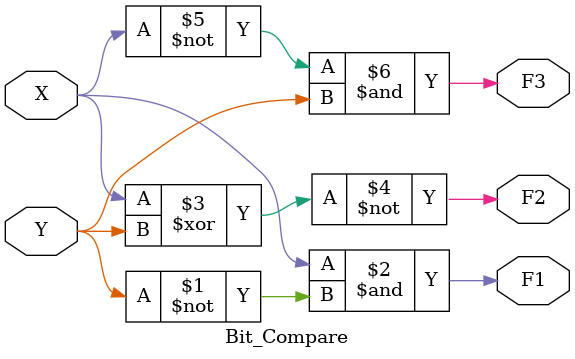
<source format=v>
`timescale 1ns / 1ps


module Bit_Compare(
    input X,
    input Y,
    output F1,
    output F2,
    output F3
    );
    assign F1 = (X & ~Y);
    assign F2 = ~(X^Y);
    assign F3 = (~X & Y);
endmodule

</source>
